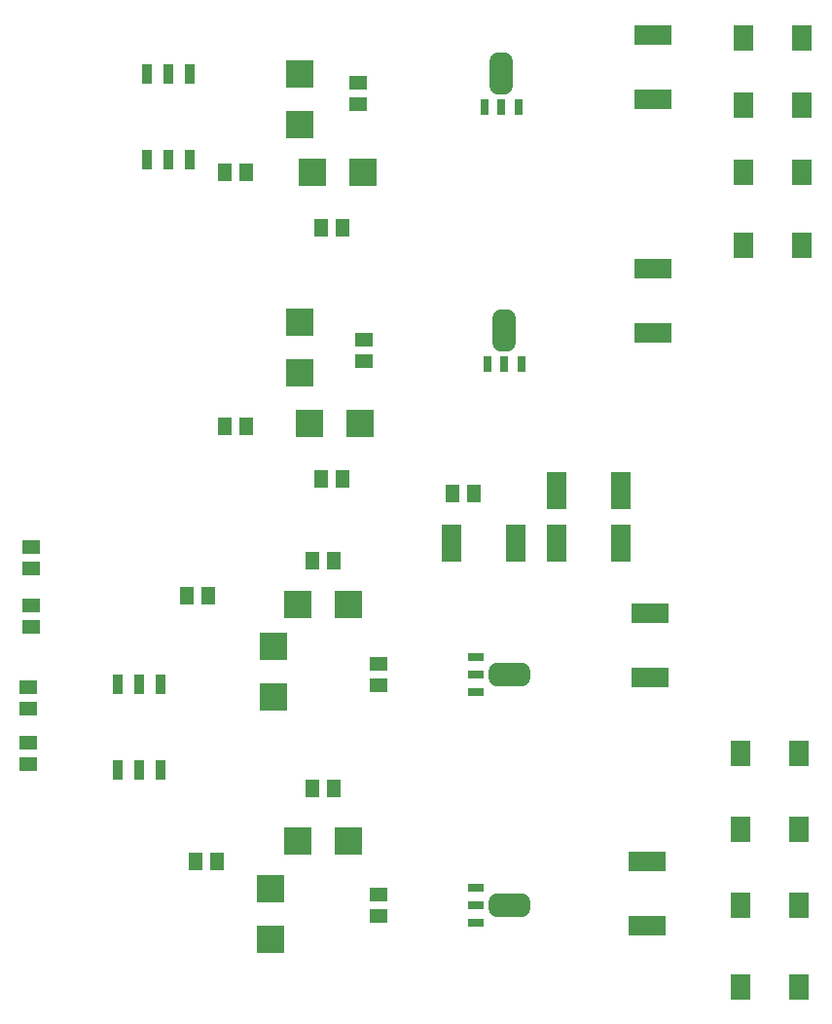
<source format=gtp>
G75*
%MOIN*%
%OFA0B0*%
%FSLAX25Y25*%
%IPPOS*%
%LPD*%
%AMOC8*
5,1,8,0,0,1.08239X$1,22.5*
%
%ADD10R,0.05118X0.05906*%
%ADD11R,0.03500X0.06600*%
%ADD12R,0.12598X0.07087*%
%ADD13R,0.05512X0.03150*%
%ADD14C,0.06000*%
%ADD15R,0.03150X0.05512*%
%ADD16R,0.09449X0.09449*%
%ADD17R,0.05906X0.05118*%
%ADD18R,0.07087X0.12598*%
%ADD19R,0.07087X0.08661*%
D10*
X0209060Y0094000D03*
X0216540Y0094000D03*
X0249060Y0119000D03*
X0256540Y0119000D03*
X0256540Y0197000D03*
X0249060Y0197000D03*
X0252060Y0225000D03*
X0259540Y0225000D03*
X0226540Y0243000D03*
X0219060Y0243000D03*
X0213540Y0185000D03*
X0206060Y0185000D03*
X0252060Y0311000D03*
X0259540Y0311000D03*
X0226540Y0330000D03*
X0219060Y0330000D03*
X0297060Y0220000D03*
X0304540Y0220000D03*
D11*
X0207100Y0334450D03*
X0199800Y0334450D03*
X0192500Y0334450D03*
X0192500Y0363550D03*
X0199800Y0363550D03*
X0207100Y0363550D03*
X0197100Y0154550D03*
X0189800Y0154550D03*
X0182500Y0154550D03*
X0182500Y0125450D03*
X0189800Y0125450D03*
X0197100Y0125450D03*
D12*
X0363800Y0094024D03*
X0363800Y0071976D03*
X0364800Y0156976D03*
X0364800Y0179024D03*
X0365800Y0274976D03*
X0365800Y0297024D03*
X0365800Y0354976D03*
X0365800Y0377024D03*
D13*
X0305001Y0163902D03*
X0305005Y0158000D03*
X0305001Y0152098D03*
X0305001Y0084902D03*
X0305005Y0079000D03*
X0305001Y0073098D03*
D14*
X0312316Y0078000D02*
X0312316Y0080000D01*
X0320686Y0080000D01*
X0320686Y0078000D01*
X0312316Y0078000D01*
X0312316Y0157000D02*
X0312316Y0159000D01*
X0320686Y0159000D01*
X0320686Y0157000D01*
X0312316Y0157000D01*
X0313800Y0271516D02*
X0315800Y0271516D01*
X0313800Y0271516D02*
X0313800Y0279886D01*
X0315800Y0279886D01*
X0315800Y0271516D01*
X0315800Y0277515D02*
X0313800Y0277515D01*
X0314800Y0359516D02*
X0312800Y0359516D01*
X0312800Y0367886D01*
X0314800Y0367886D01*
X0314800Y0359516D01*
X0314800Y0365515D02*
X0312800Y0365515D01*
D15*
X0313800Y0352205D03*
X0319702Y0352201D03*
X0307898Y0352201D03*
X0308898Y0264201D03*
X0314800Y0264205D03*
X0320702Y0264201D03*
D16*
X0265461Y0244000D03*
X0248139Y0244000D03*
X0244800Y0261339D03*
X0244800Y0278661D03*
X0249139Y0330000D03*
X0244800Y0346339D03*
X0244800Y0363661D03*
X0266461Y0330000D03*
X0261461Y0182000D03*
X0244139Y0182000D03*
X0235800Y0167661D03*
X0235800Y0150339D03*
X0244139Y0101000D03*
X0234800Y0084661D03*
X0234800Y0067339D03*
X0261461Y0101000D03*
D17*
X0151800Y0127260D03*
X0151800Y0134740D03*
X0151800Y0146260D03*
X0151800Y0153740D03*
X0152800Y0174260D03*
X0152800Y0181740D03*
X0152800Y0194260D03*
X0152800Y0201740D03*
X0266800Y0265260D03*
X0266800Y0272740D03*
X0264800Y0353260D03*
X0264800Y0360740D03*
X0271800Y0161740D03*
X0271800Y0154260D03*
X0271800Y0082740D03*
X0271800Y0075260D03*
D18*
X0296776Y0203000D03*
X0318824Y0203000D03*
X0332776Y0203000D03*
X0332776Y0221000D03*
X0354824Y0221000D03*
X0354824Y0203000D03*
D19*
X0395761Y0131000D03*
X0395761Y0105000D03*
X0395761Y0079000D03*
X0415839Y0079000D03*
X0415839Y0105000D03*
X0415839Y0131000D03*
X0415839Y0051000D03*
X0395761Y0051000D03*
X0396761Y0305000D03*
X0396761Y0330000D03*
X0396761Y0353000D03*
X0396761Y0376000D03*
X0416839Y0376000D03*
X0416839Y0353000D03*
X0416839Y0330000D03*
X0416839Y0305000D03*
M02*

</source>
